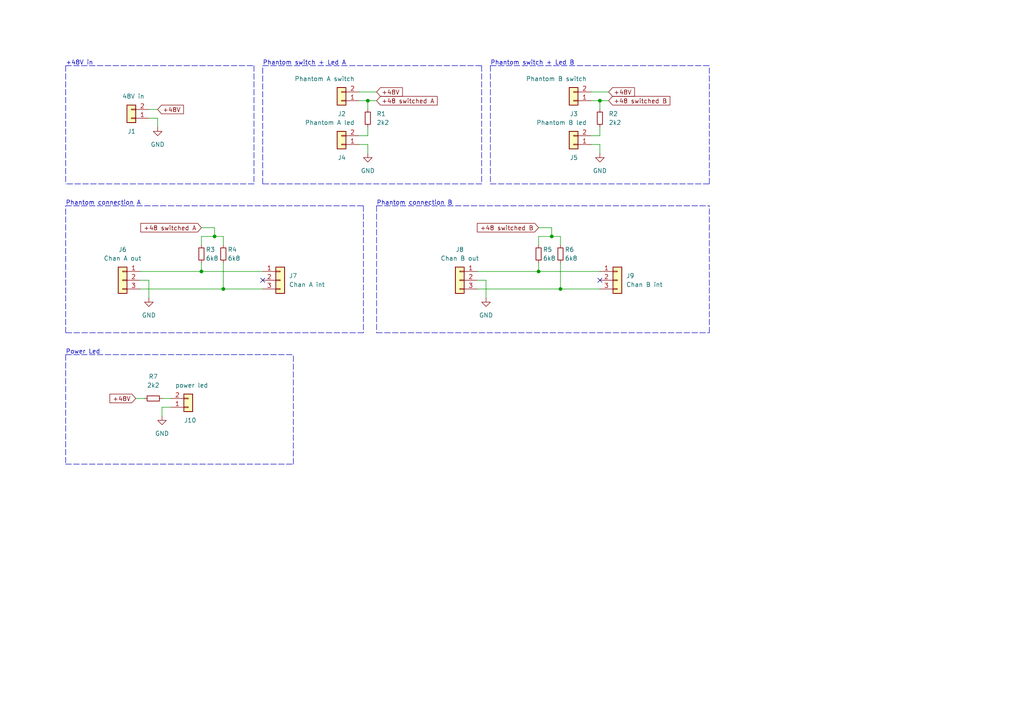
<source format=kicad_sch>
(kicad_sch (version 20211123) (generator eeschema)
  (paper "A4")
  (lib_symbols
    (symbol "Connector_Generic:Conn_01x02" (pin_names (offset 1.016) hide)
      (property "Reference" "J" (at 0 2.54 0))
      (property "Value" "Conn_01x02" (at 0 -5.08 0))
      (symbol "Conn_01x02_1_1"
        (rectangle (start -1.27 -2.413) (end 0 -2.667) (stroke (width 0.1524)))
        (rectangle (start -1.27 0.127) (end 0 -0.127) (stroke (width 0.1524)))
        (rectangle (start -1.27 1.27) (end 1.27 -3.81) (stroke (width 0.254)) (fill (type background)))
        (pin passive line (at -5.08 0 0) (length 3.81) (name "Pin_1") (number "1"))
        (pin passive line (at -5.08 -2.54 0) (length 3.81) (name "Pin_2") (number "2"))
      )
    )
    (symbol "Connector_Generic:Conn_01x03" (pin_names (offset 1.016) hide)
      (property "Reference" "J" (at 0 5.08 0))
      (property "Value" "Conn_01x03" (at 0 -5.08 0))
      (symbol "Conn_01x03_1_1"
        (rectangle (start -1.27 -2.413) (end 0 -2.667) (stroke (width 0.1524)))
        (rectangle (start -1.27 0.127) (end 0 -0.127) (stroke (width 0.1524)))
        (rectangle (start -1.27 2.667) (end 0 2.413) (stroke (width 0.1524)))
        (rectangle (start -1.27 3.81) (end 1.27 -3.81) (stroke (width 0.254)) (fill (type background)))
        (pin passive line (at -5.08 2.54 0) (length 3.81) (name "Pin_1") (number "1"))
        (pin passive line (at -5.08 0 0) (length 3.81) (name "Pin_2") (number "2"))
        (pin passive line (at -5.08 -2.54 0) (length 3.81) (name "Pin_3") (number "3"))
      )
    )
    (symbol "Device:R_Small" (pin_numbers hide) (pin_names (offset 0.254) hide)
      (property "Reference" "R" (at 0.762 0.508 0))
      (property "Value" "R_Small" (at 0.762 -1.016 0))
      (symbol "R_Small_0_1"
        (rectangle (start -0.762 1.778) (end 0.762 -1.778) (stroke (width 0.2032)))
      )
      (symbol "R_Small_1_1"
        (pin passive line (at 0 2.54 270) (length 0.762) (name "~") (number "1"))
        (pin passive line (at 0 -2.54 90) (length 0.762) (name "~") (number "2"))
      )
    )
    (symbol "power:GND" (power) (pin_names (offset 0))
      (property "Value" "GND" (at 0 -3.81 0))
      (symbol "GND_0_1"
        (polyline (pts (xy 0 0) (xy 0 -1.27) (xy 1.27 -1.27) (xy 0 -2.54) (xy -1.27 -1.27) (xy 0 -1.27)))
      )
      (symbol "GND_1_1"
        (pin power_in line (at 0 0 270) (length 0) hide (name "GND") (number "1"))
      )
    )
  )
  (junction (at 156.21 78.74))
  (junction (at 162.56 83.82))
  (junction (at 64.77 83.82))
  (junction (at 106.68 29.21))
  (junction (at 173.99 29.21))
  (junction (at 58.42 78.74))
  (junction (at 62.23 68.58))
  (junction (at 160.02 68.58))
  (no_connect (at 76.2 81.28))
  (no_connect (at 173.99 81.28))
  (polyline (pts (xy 139.7 53.34) (xy 76.2 53.34)))
  (polyline (pts (xy 76.2 53.34) (xy 76.2 19.05)))
  (polyline (pts (xy 19.05 102.87) (xy 85.09 102.87)))
  (polyline (pts (xy 205.74 96.52) (xy 205.74 59.69)))
  (polyline (pts (xy 19.05 19.05) (xy 19.05 53.34)))
  (wire (pts (xy 106.68 29.21) (xy 109.22 29.21)))
  (wire (pts (xy 171.45 29.21) (xy 173.99 29.21)))
  (wire (pts (xy 64.77 83.82) (xy 76.2 83.82)))
  (wire (pts (xy 58.42 78.74) (xy 76.2 78.74)))
  (wire (pts (xy 62.23 66.04) (xy 62.23 68.58)))
  (wire (pts (xy 171.45 26.67) (xy 176.53 26.67)))
  (wire (pts (xy 58.42 66.04) (xy 62.23 66.04)))
  (wire (pts (xy 46.99 115.57) (xy 49.53 115.57)))
  (polyline (pts (xy 142.24 19.05) (xy 142.24 53.34)))
  (polyline (pts (xy 109.22 59.69) (xy 109.22 96.52)))
  (polyline (pts (xy 109.22 59.69) (xy 205.74 59.69)))
  (wire (pts (xy 160.02 66.04) (xy 160.02 68.58)))
  (wire (pts (xy 160.02 68.58) (xy 162.56 68.58)))
  (polyline (pts (xy 76.2 19.05) (xy 139.7 19.05)))
  (wire (pts (xy 173.99 29.21) (xy 173.99 31.75)))
  (wire (pts (xy 45.72 34.29) (xy 45.72 36.83)))
  (wire (pts (xy 173.99 41.91) (xy 173.99 44.45)))
  (polyline (pts (xy 105.41 96.52) (xy 19.05 96.52)))
  (wire (pts (xy 138.43 78.74) (xy 156.21 78.74)))
  (wire (pts (xy 43.18 31.75) (xy 45.72 31.75)))
  (polyline (pts (xy 19.05 134.62) (xy 85.09 134.62)))
  (wire (pts (xy 156.21 66.04) (xy 160.02 66.04)))
  (wire (pts (xy 64.77 68.58) (xy 64.77 71.12)))
  (wire (pts (xy 138.43 81.28) (xy 140.97 81.28)))
  (polyline (pts (xy 19.05 96.52) (xy 19.05 59.69)))
  (wire (pts (xy 64.77 76.2) (xy 64.77 83.82)))
  (wire (pts (xy 162.56 83.82) (xy 173.99 83.82)))
  (wire (pts (xy 43.18 81.28) (xy 43.18 86.36)))
  (polyline (pts (xy 19.05 19.05) (xy 73.66 19.05)))
  (wire (pts (xy 156.21 68.58) (xy 160.02 68.58)))
  (polyline (pts (xy 205.74 53.34) (xy 205.74 19.05)))
  (wire (pts (xy 156.21 78.74) (xy 173.99 78.74)))
  (polyline (pts (xy 19.05 59.69) (xy 105.41 59.69)))
  (wire (pts (xy 40.64 83.82) (xy 64.77 83.82)))
  (wire (pts (xy 156.21 76.2) (xy 156.21 78.74)))
  (wire (pts (xy 156.21 71.12) (xy 156.21 68.58)))
  (wire (pts (xy 43.18 34.29) (xy 45.72 34.29)))
  (polyline (pts (xy 73.66 53.34) (xy 19.05 53.34)))
  (wire (pts (xy 138.43 83.82) (xy 162.56 83.82)))
  (wire (pts (xy 162.56 68.58) (xy 162.56 71.12)))
  (wire (pts (xy 106.68 41.91) (xy 106.68 44.45)))
  (wire (pts (xy 58.42 71.12) (xy 58.42 68.58)))
  (wire (pts (xy 58.42 76.2) (xy 58.42 78.74)))
  (wire (pts (xy 104.14 41.91) (xy 106.68 41.91)))
  (wire (pts (xy 40.64 81.28) (xy 43.18 81.28)))
  (wire (pts (xy 162.56 76.2) (xy 162.56 83.82)))
  (wire (pts (xy 140.97 81.28) (xy 140.97 86.36)))
  (polyline (pts (xy 85.09 134.62) (xy 85.09 102.87)))
  (wire (pts (xy 106.68 39.37) (xy 106.68 36.83)))
  (wire (pts (xy 46.99 118.11) (xy 49.53 118.11)))
  (wire (pts (xy 104.14 29.21) (xy 106.68 29.21)))
  (polyline (pts (xy 139.7 19.05) (xy 139.7 53.34)))
  (wire (pts (xy 171.45 39.37) (xy 173.99 39.37)))
  (wire (pts (xy 62.23 68.58) (xy 64.77 68.58)))
  (wire (pts (xy 39.37 115.57) (xy 41.91 115.57)))
  (polyline (pts (xy 73.66 19.05) (xy 73.66 53.34)))
  (wire (pts (xy 104.14 39.37) (xy 106.68 39.37)))
  (wire (pts (xy 58.42 68.58) (xy 62.23 68.58)))
  (wire (pts (xy 173.99 39.37) (xy 173.99 36.83)))
  (polyline (pts (xy 105.41 59.69) (xy 105.41 96.52)))
  (polyline (pts (xy 142.24 19.05) (xy 205.74 19.05)))
  (wire (pts (xy 40.64 78.74) (xy 58.42 78.74)))
  (polyline (pts (xy 19.05 102.87) (xy 19.05 134.62)))
  (wire (pts (xy 171.45 41.91) (xy 173.99 41.91)))
  (polyline (pts (xy 109.22 96.52) (xy 205.74 96.52)))
  (wire (pts (xy 46.99 120.65) (xy 46.99 118.11)))
  (wire (pts (xy 106.68 29.21) (xy 106.68 31.75)))
  (wire (pts (xy 173.99 29.21) (xy 176.53 29.21)))
  (wire (pts (xy 104.14 26.67) (xy 109.22 26.67)))
  (polyline (pts (xy 142.24 53.34) (xy 205.74 53.34)))
  (text "+48V in" (at 19.05 19.05 0) (effects (font (size 1.27 1.27)) (justify left bottom)))
  (text "Phantom connection A" (at 19.05 59.69 0) (effects (font (size 1.27 1.27)) (justify left bottom)))
  (text "Power Led" (at 19.05 102.87 0) (effects (font (size 1.27 1.27)) (justify left bottom)))
  (text "Phantom connection B" (at 109.22 59.69 0) (effects (font (size 1.27 1.27)) (justify left bottom)))
  (text "Phantom switch + Led B" (at 142.24 19.05 0) (effects (font (size 1.27 1.27)) (justify left bottom)))
  (text "Phantom switch + Led A" (at 76.2 19.05 0) (effects (font (size 1.27 1.27)) (justify left bottom)))
  (global_label "+48 switched B" (shape input) (at 156.21 66.04 180) (property "Intersheet References" "${INTERSHEET_REFS}" (effects hide)))
  (global_label "+48V" (shape input) (at 109.22 26.67 0) (property "Intersheet References" "${INTERSHEET_REFS}" (effects hide)))
  (global_label "+48V" (shape input) (at 45.72 31.75 0) (property "Intersheet References" "${INTERSHEET_REFS}" (effects hide)))
  (global_label "+48 switched B" (shape input) (at 176.53 29.21 0) (property "Intersheet References" "${INTERSHEET_REFS}" (effects hide)))
  (global_label "+48 switched A" (shape input) (at 58.42 66.04 180) (property "Intersheet References" "${INTERSHEET_REFS}" (effects hide)))
  (global_label "+48V" (shape input) (at 39.37 115.57 180) (property "Intersheet References" "${INTERSHEET_REFS}" (effects hide)))
  (global_label "+48V" (shape input) (at 176.53 26.67 0) (property "Intersheet References" "${INTERSHEET_REFS}" (effects hide)))
  (global_label "+48 switched A" (shape input) (at 109.22 29.21 0) (property "Intersheet References" "${INTERSHEET_REFS}" (effects hide)))
  (symbol (lib_id "Device:R_Small") (at 58.42 73.66 180) (unit 1)
    (property "Reference" "R3" (at 59.69 72.39 0) (effects (justify right)))
    (property "Value" "6k8" (at 59.69 74.93 0) (effects (justify right)))
    (property "Footprint" "Resistor_THT:R_Axial_DIN0207_L6.3mm_D2.5mm_P10.16mm_Horizontal" (effects hide))
  )
  (symbol (lib_id "Connector_Generic:Conn_01x03") (at 133.35 81.28 0) (mirror y) (unit 1)
    (property "Reference" "J8" (at 133.35 72.39 0))
    (property "Value" "Chan B out" (at 133.35 74.93 0))
    (property "Footprint" "Connector_Molex:Molex_KK-254_AE-6410-03A_1x03_P2.54mm_Vertical" (effects hide))
  )
  (symbol (lib_id "Connector_Generic:Conn_01x03") (at 35.56 81.28 0) (mirror y) (unit 1)
    (property "Reference" "J6" (at 35.56 72.39 0))
    (property "Value" "Chan A out" (at 35.56 74.93 0))
    (property "Footprint" "Connector_Molex:Molex_KK-254_AE-6410-03A_1x03_P2.54mm_Vertical" (effects hide))
  )
  (symbol (lib_id "power:GND") (at 43.18 86.36 0) (unit 1)
    (property "Reference" "#PWR04" (effects hide))
    (property "Value" "GND" (at 43.18 91.44 0))
  )
  (symbol (lib_id "Device:R_Small") (at 64.77 73.66 180) (unit 1)
    (property "Reference" "R4" (at 66.04 72.39 0) (effects (justify right)))
    (property "Value" "6k8" (at 66.04 74.93 0) (effects (justify right)))
    (property "Footprint" "Resistor_THT:R_Axial_DIN0207_L6.3mm_D2.5mm_P10.16mm_Horizontal" (effects hide))
  )
  (symbol (lib_id "power:GND") (at 173.99 44.45 0) (unit 1)
    (property "Reference" "#PWR03" (effects hide))
    (property "Value" "GND" (at 173.99 49.53 0))
  )
  (symbol (lib_id "Connector_Generic:Conn_01x03") (at 81.28 81.28 0) (unit 1)
    (property "Reference" "J7" (at 83.82 80.0099 0) (effects (justify left)))
    (property "Value" "Chan A int" (at 83.82 82.5499 0) (effects (justify left)))
    (property "Footprint" "Connector_Molex:Molex_KK-254_AE-6410-03A_1x03_P2.54mm_Vertical" (effects hide))
  )
  (symbol (lib_id "Connector_Generic:Conn_01x02") (at 99.06 41.91 180) (unit 1)
    (property "Reference" "J4" (at 100.33 45.72 0) (effects (justify left)))
    (property "Value" "Phantom A led" (at 102.87 35.56 0) (effects (justify left)))
    (property "Footprint" "Connector_Molex:Molex_KK-254_AE-6410-02A_1x02_P2.54mm_Vertical" (effects hide))
  )
  (symbol (lib_id "Device:R_Small") (at 162.56 73.66 180) (unit 1)
    (property "Reference" "R6" (at 163.83 72.39 0) (effects (justify right)))
    (property "Value" "6k8" (at 163.83 74.93 0) (effects (justify right)))
    (property "Footprint" "Resistor_THT:R_Axial_DIN0207_L6.3mm_D2.5mm_P10.16mm_Horizontal" (effects hide))
  )
  (symbol (lib_id "Device:R_Small") (at 44.45 115.57 90) (unit 1)
    (property "Reference" "R7" (at 44.45 109.22 90))
    (property "Value" "2k2" (at 44.45 111.76 90))
    (property "Footprint" "Resistor_THT:R_Axial_DIN0207_L6.3mm_D2.5mm_P10.16mm_Horizontal" (effects hide))
  )
  (symbol (lib_id "Device:R_Small") (at 156.21 73.66 180) (unit 1)
    (property "Reference" "R5" (at 157.48 72.39 0) (effects (justify right)))
    (property "Value" "6k8" (at 157.48 74.93 0) (effects (justify right)))
    (property "Footprint" "Resistor_THT:R_Axial_DIN0207_L6.3mm_D2.5mm_P10.16mm_Horizontal" (effects hide))
  )
  (symbol (lib_id "power:GND") (at 140.97 86.36 0) (unit 1)
    (property "Reference" "#PWR05" (effects hide))
    (property "Value" "GND" (at 140.97 91.44 0))
  )
  (symbol (lib_id "power:GND") (at 46.99 120.65 0) (unit 1)
    (property "Reference" "#PWR06" (effects hide))
    (property "Value" "GND" (at 46.99 125.73 0))
  )
  (symbol (lib_id "Connector_Generic:Conn_01x02") (at 54.61 118.11 0) (mirror x) (unit 1)
    (property "Reference" "J10" (at 53.34 121.92 0) (effects (justify left)))
    (property "Value" "power led" (at 50.8 111.76 0) (effects (justify left)))
    (property "Footprint" "Connector_Molex:Molex_KK-254_AE-6410-02A_1x02_P2.54mm_Vertical" (effects hide))
  )
  (symbol (lib_id "Connector_Generic:Conn_01x02") (at 99.06 29.21 180) (unit 1)
    (property "Reference" "J2" (at 100.33 33.02 0) (effects (justify left)))
    (property "Value" "Phantom A switch" (at 102.87 22.86 0) (effects (justify left)))
    (property "Footprint" "Connector_Molex:Molex_KK-254_AE-6410-02A_1x02_P2.54mm_Vertical" (effects hide))
  )
  (symbol (lib_id "Connector_Generic:Conn_01x02") (at 38.1 34.29 180) (unit 1)
    (property "Reference" "J1" (at 39.37 38.1 0) (effects (justify left)))
    (property "Value" "48V in" (at 41.91 27.94 0) (effects (justify left)))
    (property "Footprint" "Connector_Molex:Molex_KK-254_AE-6410-02A_1x02_P2.54mm_Vertical" (effects hide))
  )
  (symbol (lib_id "Device:R_Small") (at 173.99 34.29 180) (unit 1)
    (property "Reference" "R2" (at 176.53 33.0199 0) (effects (justify right)))
    (property "Value" "2k2" (at 176.53 35.5599 0) (effects (justify right)))
    (property "Footprint" "Resistor_THT:R_Axial_DIN0207_L6.3mm_D2.5mm_P10.16mm_Horizontal" (effects hide))
  )
  (symbol (lib_id "Connector_Generic:Conn_01x02") (at 166.37 41.91 180) (unit 1)
    (property "Reference" "J5" (at 167.64 45.72 0) (effects (justify left)))
    (property "Value" "Phantom B led" (at 170.18 35.56 0) (effects (justify left)))
    (property "Footprint" "Connector_Molex:Molex_KK-254_AE-6410-02A_1x02_P2.54mm_Vertical" (effects hide))
  )
  (symbol (lib_id "power:GND") (at 45.72 36.83 0) (unit 1)
    (property "Reference" "#PWR01" (effects hide))
    (property "Value" "GND" (at 45.72 41.91 0))
  )
  (symbol (lib_id "Connector_Generic:Conn_01x03") (at 179.07 81.28 0) (unit 1)
    (property "Reference" "J9" (at 181.61 80.0099 0) (effects (justify left)))
    (property "Value" "Chan B int" (at 181.61 82.5499 0) (effects (justify left)))
    (property "Footprint" "Connector_Molex:Molex_KK-254_AE-6410-03A_1x03_P2.54mm_Vertical" (effects hide))
  )
  (symbol (lib_id "Connector_Generic:Conn_01x02") (at 166.37 29.21 180) (unit 1)
    (property "Reference" "J3" (at 167.64 33.02 0) (effects (justify left)))
    (property "Value" "Phantom B switch" (at 170.18 22.86 0) (effects (justify left)))
    (property "Footprint" "Connector_Molex:Molex_KK-254_AE-6410-02A_1x02_P2.54mm_Vertical" (effects hide))
  )
  (symbol (lib_id "Device:R_Small") (at 106.68 34.29 180) (unit 1)
    (property "Reference" "R1" (at 109.22 33.0199 0) (effects (justify right)))
    (property "Value" "2k2" (at 109.22 35.5599 0) (effects (justify right)))
    (property "Footprint" "Resistor_THT:R_Axial_DIN0207_L6.3mm_D2.5mm_P10.16mm_Horizontal" (effects hide))
  )
  (symbol (lib_id "power:GND") (at 106.68 44.45 0) (unit 1)
    (property "Reference" "#PWR02" (effects hide))
    (property "Value" "GND" (at 106.68 49.53 0))
  )
)
</source>
